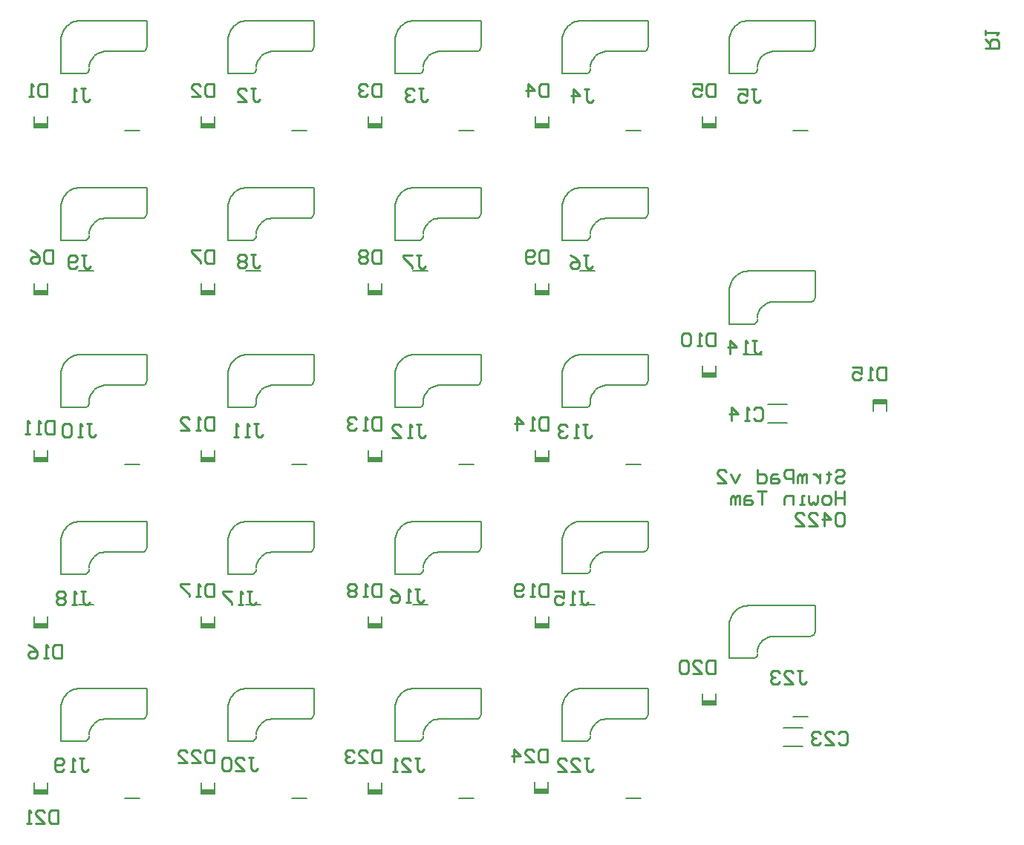
<source format=gbo>
%FSTAX23Y23*%
%MOIN*%
%SFA1B1*%

%IPPOS*%
%ADD12C,0.007870*%
%ADD13C,0.010000*%
%ADD46C,0.005910*%
%ADD47R,0.062480X0.020000*%
%LNnumpadpcb-1*%
%LPD*%
G54D12*
X18211Y0677D02*
Y0682D01*
X1815Y0677D02*
X18211D01*
X1815D02*
Y0682D01*
X18151Y0789D02*
Y0794D01*
Y0789D02*
X18212D01*
Y0794*
X17398Y049D02*
X17459D01*
Y0495*
X17398Y049D02*
Y0495D01*
X16651Y04896D02*
X16712D01*
Y04946*
X16651Y04896D02*
Y04946D01*
X15901Y04896D02*
X15962D01*
Y04946*
X15901Y04896D02*
Y04946D01*
X15151Y04896D02*
X15212D01*
Y04946*
X15151Y04896D02*
Y04946D01*
X1815Y05297D02*
X18211D01*
Y05347*
X1815Y05297D02*
Y05347D01*
X17401Y05643D02*
X17462D01*
Y05693*
X17401Y05643D02*
Y05693D01*
X16651Y05643D02*
X16712D01*
Y05693*
X16651Y05643D02*
Y05693D01*
X15901Y05643D02*
X15962D01*
Y05693*
X15901Y05643D02*
Y05693D01*
X15151Y05643D02*
X15212D01*
Y05693*
X15151Y05643D02*
Y05693D01*
X18918Y06666D02*
X18979D01*
X18918Y06616D02*
Y06666D01*
X18979Y06616D02*
Y06666D01*
X17401Y06391D02*
X17462D01*
Y06441*
X17401Y06391D02*
Y06441D01*
X16651Y06391D02*
X16712D01*
Y06441*
X16651Y06391D02*
Y06441D01*
X15901Y06391D02*
X15962D01*
Y06441*
X15901Y06391D02*
Y06441D01*
X15151Y06391D02*
X15212D01*
Y06441*
X15151Y06391D02*
Y06441D01*
X17401Y07142D02*
X17462D01*
Y07192*
X17401Y07142D02*
Y07192D01*
X16651Y07142D02*
X16712D01*
Y07192*
X16651Y07142D02*
Y07192D01*
X15901Y07142D02*
X15962D01*
Y07192*
X15901Y07142D02*
Y07192D01*
X15151Y07142D02*
X15212D01*
Y07192*
X15151Y07142D02*
Y07192D01*
X17401Y0789D02*
X17462D01*
Y0794*
X17401Y0789D02*
Y0794D01*
X16651Y0789D02*
X16712D01*
Y0794*
X16651Y0789D02*
Y0794D01*
X15901Y0789D02*
X15962D01*
Y0794*
X15901Y0789D02*
Y0794D01*
X15151Y0789D02*
X15212D01*
Y0794*
X15151Y0789D02*
Y0794D01*
X18515Y05111D02*
X18602D01*
X18515Y05195D02*
X18602D01*
X18445Y06649D02*
X18532D01*
X18445Y06564D02*
X18532D01*
G54D13*
X18749Y06344D02*
X18759Y06354D01*
X18779*
X18789Y06344*
Y06334*
X18779Y06324*
X18759*
X18749Y06314*
Y06304*
X18759Y06294*
X18779*
X18789Y06304*
X18719Y06344D02*
Y06334D01*
X18729*
X18709*
X18719*
Y06304*
X18709Y06294*
X18679Y06334D02*
Y06294D01*
Y06314*
X18669Y06324*
X18659Y06334*
X18649*
X18619Y06294D02*
Y06334D01*
X18609*
X18599Y06324*
Y06294*
Y06324*
X18589Y06334*
X18579Y06324*
Y06294*
X18559D02*
Y06354D01*
X18529*
X18519Y06344*
Y06324*
X18529Y06314*
X18559*
X18489Y06334D02*
X18469D01*
X18459Y06324*
Y06294*
X18489*
X18499Y06304*
X18489Y06314*
X18459*
X18399Y06354D02*
Y06294D01*
X18429*
X18439Y06304*
Y06324*
X18429Y06334*
X18399*
X18319D02*
X18299Y06294D01*
X18279Y06334*
X18219Y06294D02*
X18259D01*
X18219Y06334*
Y06344*
X18229Y06354*
X18249*
X18259Y06344*
X18789Y06258D02*
Y06198D01*
Y06228*
X18749*
Y06258*
Y06198*
X18719D02*
X18699D01*
X18689Y06208*
Y06228*
X18699Y06238*
X18719*
X18729Y06228*
Y06208*
X18719Y06198*
X18669Y06238D02*
Y06208D01*
X18659Y06198*
X18649Y06208*
X18639Y06198*
X18629Y06208*
Y06238*
X18609Y06198D02*
X18589D01*
X18599*
Y06238*
X18609*
X18559Y06198D02*
Y06238D01*
X18529*
X18519Y06228*
Y06198*
X18439Y06258D02*
X18399D01*
X18419*
Y06198*
X18369Y06238D02*
X18349D01*
X18339Y06228*
Y06198*
X18369*
X18379Y06208*
X18369Y06218*
X18339*
X18319Y06198D02*
Y06238D01*
X18309*
X18299Y06228*
Y06198*
Y06228*
X18289Y06238*
X18279Y06228*
Y06198*
X18789Y06152D02*
X18779Y06162D01*
X18759*
X18749Y06152*
Y06112*
X18759Y06102*
X18779*
X18789Y06112*
Y06152*
X18699Y06102D02*
Y06162D01*
X18729Y06132*
X18689*
X18629Y06102D02*
X18669D01*
X18629Y06142*
Y06152*
X18639Y06162*
X18659*
X18669Y06152*
X18569Y06102D02*
X18609D01*
X18569Y06142*
Y06152*
X18579Y06162*
X18599*
X18609Y06152*
X18207Y06969D02*
Y0691D01*
X18177*
X18167Y0692*
Y06959*
X18177Y06969*
X18207*
X18147Y0691D02*
X18127D01*
X18137*
Y06969*
X18147Y06959*
X18097D02*
X18087Y06969D01*
X18067*
X18057Y06959*
Y0692*
X18067Y0691*
X18087*
X18097Y0692*
Y06959*
X18208Y08089D02*
Y0803D01*
X18178*
X18168Y0804*
Y08079*
X18178Y08089*
X18208*
X18108D02*
X18148D01*
Y08059*
X18128Y08069*
X18118*
X18108Y08059*
Y0804*
X18118Y0803*
X18138*
X18148Y0804*
X18373Y06935D02*
X18393D01*
X18383*
Y06885*
X18393Y06875*
X18403*
X18413Y06885*
X18353Y06875D02*
X18333D01*
X18343*
Y06935*
X18353Y06925*
X18273Y06875D02*
Y06935D01*
X18303Y06905*
X18263*
X17613Y06557D02*
X17633D01*
X17623*
Y06507*
X17633Y06497*
X17643*
X17653Y06507*
X17593Y06497D02*
X17573D01*
X17583*
Y06557*
X17593Y06547*
X17543D02*
X17533Y06557D01*
X17513*
X17503Y06547*
Y06537*
X17513Y06527*
X17523*
X17513*
X17503Y06517*
Y06507*
X17513Y06497*
X17533*
X17543Y06507*
X16869Y06557D02*
X16889D01*
X16879*
Y06507*
X16889Y06497*
X16899*
X16909Y06507*
X16849Y06497D02*
X16829D01*
X16839*
Y06557*
X16849Y06547*
X16759Y06497D02*
X16799D01*
X16759Y06537*
Y06547*
X16769Y06557*
X16789*
X16799Y06547*
X16139Y0656D02*
X16159D01*
X16149*
Y0651*
X16159Y065*
X16169*
X16179Y0651*
X16119Y065D02*
X16099D01*
X16109*
Y0656*
X16119Y0655*
X16069Y065D02*
X16049D01*
X16059*
Y0656*
X16069Y0655*
X15389Y0656D02*
X15409D01*
X15399*
Y0651*
X15409Y065*
X15419*
X15429Y0651*
X15369Y065D02*
X15349D01*
X15359*
Y0656*
X15369Y0655*
X15319D02*
X15309Y0656D01*
X15289*
X15279Y0655*
Y0651*
X15289Y065*
X15309*
X15319Y0651*
Y0655*
X17622Y05057D02*
X17642D01*
X17632*
Y05007*
X17642Y04997*
X17652*
X17662Y05007*
X17562Y04997D02*
X17602D01*
X17562Y05037*
Y05047*
X17572Y05057*
X17592*
X17602Y05047*
X17502Y04997D02*
X17542D01*
X17502Y05037*
Y05047*
X17512Y05057*
X17532*
X17542Y05047*
X18579Y05451D02*
X18599D01*
X18589*
Y05402*
X18599Y05392*
X18609*
X18619Y05402*
X18519Y05392D02*
X18559D01*
X18519Y05431*
Y05441*
X18529Y05451*
X18549*
X18559Y05441*
X18499D02*
X18489Y05451D01*
X18469*
X18459Y05441*
Y05431*
X18469Y05421*
X18479*
X18469*
X18459Y05411*
Y05402*
X18469Y05392*
X18489*
X18499Y05402*
X1686Y05057D02*
X1688D01*
X1687*
Y05007*
X1688Y04997*
X1689*
X169Y05007*
X168Y04997D02*
X1684D01*
X168Y05037*
Y05047*
X1681Y05057*
X1683*
X1684Y05047*
X1678Y04997D02*
X1676D01*
X1677*
Y05057*
X1678Y05047*
X16114Y05061D02*
X16134D01*
X16124*
Y05011*
X16134Y05001*
X16144*
X16154Y05011*
X16054Y05001D02*
X16094D01*
X16054Y05041*
Y05051*
X16064Y05061*
X16084*
X16094Y05051*
X16034D02*
X16024Y05061D01*
X16004*
X15994Y05051*
Y05011*
X16004Y05001*
X16024*
X16034Y05011*
Y05051*
X15353Y05057D02*
X15373D01*
X15363*
Y05007*
X15373Y04997*
X15383*
X15393Y05007*
X15333Y04997D02*
X15313D01*
X15323*
Y05057*
X15333Y05047*
X15283Y05007D02*
X15273Y04997D01*
X15253*
X15243Y05007*
Y05047*
X15253Y05057*
X15273*
X15283Y05047*
Y05037*
X15273Y05027*
X15243*
X15361Y05809D02*
X15381D01*
X15371*
Y05759*
X15381Y05749*
X15391*
X15401Y05759*
X15341Y05749D02*
X15321D01*
X15331*
Y05809*
X15341Y05799*
X15291D02*
X15281Y05809D01*
X15261*
X15251Y05799*
Y05789*
X15261Y05779*
X15251Y05769*
Y05759*
X15261Y05749*
X15281*
X15291Y05759*
Y05769*
X15281Y05779*
X15291Y05789*
Y05799*
X15281Y05779D02*
X15261D01*
X16109Y05809D02*
X16129D01*
X16119*
Y05759*
X16129Y05749*
X16139*
X16149Y05759*
X16089Y05749D02*
X16069D01*
X16079*
Y05809*
X16089Y05799*
X16039Y05809D02*
X15999D01*
Y05799*
X16039Y05759*
Y05749*
X16861Y05817D02*
X16881D01*
X16871*
Y05767*
X16881Y05757*
X16891*
X16901Y05767*
X16841Y05757D02*
X16821D01*
X16831*
Y05817*
X16841Y05807*
X16751Y05817D02*
X16771Y05807D01*
X16791Y05787*
Y05767*
X16781Y05757*
X16761*
X16751Y05767*
Y05777*
X16761Y05787*
X16791*
X17597Y05809D02*
X17617D01*
X17607*
Y05759*
X17617Y05749*
X17627*
X17637Y05759*
X17577Y05749D02*
X17557D01*
X17567*
Y05809*
X17577Y05799*
X17488Y05809D02*
X17528D01*
Y05779*
X17508Y05789*
X17498*
X17488Y05779*
Y05759*
X17498Y05749*
X17518*
X17528Y05759*
X15364Y07319D02*
X15384D01*
X15374*
Y07269*
X15384Y07259*
X15394*
X15404Y07269*
X15344D02*
X15334Y07259D01*
X15314*
X15304Y07269*
Y07309*
X15314Y07319*
X15334*
X15344Y07309*
Y07299*
X15334Y07289*
X15304*
X16124Y0732D02*
X16144D01*
X16134*
Y0727*
X16144Y0726*
X16154*
X16164Y0727*
X16104Y0731D02*
X16094Y0732D01*
X16074*
X16064Y0731*
Y073*
X16074Y0729*
X16064Y0728*
Y0727*
X16074Y0726*
X16094*
X16104Y0727*
Y0728*
X16094Y0729*
X16104Y073*
Y0731*
X16094Y0729D02*
X16074D01*
X16868Y07318D02*
X16888D01*
X16878*
Y07268*
X16888Y07258*
X16898*
X16908Y07268*
X16848Y07318D02*
X16808D01*
Y07308*
X16848Y07268*
Y07258*
X17616Y07317D02*
X17636D01*
X17626*
Y07267*
X17636Y07257*
X17646*
X17656Y07267*
X17556Y07317D02*
X17576Y07307D01*
X17596Y07287*
Y07267*
X17586Y07257*
X17566*
X17556Y07267*
Y07277*
X17566Y07287*
X17596*
X18372Y08065D02*
X18392D01*
X18382*
Y08015*
X18392Y08005*
X18402*
X18412Y08015*
X18312Y08065D02*
X18352D01*
Y08035*
X18332Y08045*
X18322*
X18312Y08035*
Y08015*
X18322Y08005*
X18342*
X18352Y08015*
X1762Y08065D02*
X1764D01*
X1763*
Y08015*
X1764Y08005*
X1765*
X1766Y08015*
X1757Y08005D02*
Y08065D01*
X176Y08035*
X1756*
X16876Y08069D02*
X16896D01*
X16886*
Y08019*
X16896Y08009*
X16906*
X16916Y08019*
X16856Y08059D02*
X16846Y08069D01*
X16826*
X16816Y08059*
Y08049*
X16826Y08039*
X16836*
X16826*
X16816Y08029*
Y08019*
X16826Y08009*
X16846*
X16856Y08019*
X16124Y08069D02*
X16144D01*
X16134*
Y08019*
X16144Y08009*
X16154*
X16164Y08019*
X16064Y08009D02*
X16104D01*
X16064Y08049*
Y08059*
X16074Y08069*
X16094*
X16104Y08059*
X15362Y08069D02*
X15382D01*
X15372*
Y08019*
X15382Y08009*
X15392*
X15402Y08019*
X15342Y08009D02*
X15322D01*
X15332*
Y08069*
X15342Y08059*
X18381Y06624D02*
X18391Y06634D01*
X18411*
X18421Y06624*
Y06584*
X18411Y06574*
X18391*
X18381Y06584*
X18361Y06574D02*
X18341D01*
X18351*
Y06634*
X18361Y06624*
X18281Y06574D02*
Y06634D01*
X18311Y06604*
X18271*
X1876Y05167D02*
X1877Y05177D01*
X1879*
X188Y05167*
Y05127*
X1879Y05117*
X1877*
X1876Y05127*
X187Y05117D02*
X1874D01*
X187Y05157*
Y05167*
X1871Y05177*
X1873*
X1874Y05167*
X1868D02*
X1867Y05177D01*
X1865*
X1864Y05167*
Y05157*
X1865Y05147*
X1866*
X1865*
X1864Y05137*
Y05127*
X1865Y05117*
X1867*
X1868Y05127*
X15958Y05095D02*
Y05036D01*
X15928*
X15918Y05046*
Y05085*
X15928Y05095*
X15958*
X15858Y05036D02*
X15898D01*
X15858Y05075*
Y05085*
X15868Y05095*
X15888*
X15898Y05085*
X15798Y05036D02*
X15838D01*
X15798Y05075*
Y05085*
X15808Y05095*
X15828*
X15838Y05085*
X16708Y05095D02*
Y05036D01*
X16678*
X16668Y05046*
Y05085*
X16678Y05095*
X16708*
X16608Y05036D02*
X16648D01*
X16608Y05075*
Y05085*
X16618Y05095*
X16638*
X16648Y05085*
X16588D02*
X16578Y05095D01*
X16558*
X16548Y05085*
Y05075*
X16558Y05065*
X16568*
X16558*
X16548Y05055*
Y05046*
X16558Y05036*
X16578*
X16588Y05046*
X17455Y05099D02*
Y0504D01*
X17425*
X17415Y0505*
Y05089*
X17425Y05099*
X17455*
X17355Y0504D02*
X17395D01*
X17355Y05079*
Y05089*
X17365Y05099*
X17385*
X17395Y05089*
X17305Y0504D02*
Y05099D01*
X17335Y05069*
X17295*
X15256Y04823D02*
Y04763D01*
X15227*
X15217Y04773*
Y04813*
X15227Y04823*
X15256*
X15157Y04763D02*
X15197D01*
X15157Y04803*
Y04813*
X15167Y04823*
X15187*
X15197Y04813*
X15137Y04763D02*
X15117D01*
X15127*
Y04823*
X15137Y04813*
X15958Y05842D02*
Y05783D01*
X15928*
X15918Y05793*
Y05832*
X15928Y05842*
X15958*
X15898Y05783D02*
X15878D01*
X15888*
Y05842*
X15898Y05832*
X15848Y05842D02*
X15808D01*
Y05832*
X15848Y05793*
Y05783*
X16708Y05842D02*
Y05783D01*
X16678*
X16668Y05793*
Y05832*
X16678Y05842*
X16708*
X16648Y05783D02*
X16628D01*
X16638*
Y05842*
X16648Y05832*
X16598D02*
X16588Y05842D01*
X16568*
X16558Y05832*
Y05822*
X16568Y05812*
X16558Y05802*
Y05793*
X16568Y05783*
X16588*
X16598Y05793*
Y05802*
X16588Y05812*
X16598Y05822*
Y05832*
X16588Y05812D02*
X16568D01*
X17458Y05842D02*
Y05783D01*
X17428*
X17418Y05793*
Y05832*
X17428Y05842*
X17458*
X17398Y05783D02*
X17378D01*
X17388*
Y05842*
X17398Y05832*
X17348Y05793D02*
X17338Y05783D01*
X17318*
X17308Y05793*
Y05832*
X17318Y05842*
X17338*
X17348Y05832*
Y05822*
X17338Y05812*
X17308*
X15275Y05569D02*
Y05509D01*
X15245*
X15235Y05519*
Y05559*
X15245Y05569*
X15275*
X15215Y05509D02*
X15195D01*
X15205*
Y05569*
X15215Y05559*
X15125Y05569D02*
X15145Y05559D01*
X15165Y05539*
Y05519*
X15155Y05509*
X15135*
X15125Y05519*
Y05529*
X15135Y05539*
X15165*
X15958Y0659D02*
Y06531D01*
X15928*
X15918Y06541*
Y0658*
X15928Y0659*
X15958*
X15898Y06531D02*
X15878D01*
X15888*
Y0659*
X15898Y0658*
X15808Y06531D02*
X15848D01*
X15808Y0657*
Y0658*
X15818Y0659*
X15838*
X15848Y0658*
X16708Y0659D02*
Y06531D01*
X16678*
X16668Y06541*
Y0658*
X16678Y0659*
X16708*
X16648Y06531D02*
X16628D01*
X16638*
Y0659*
X16648Y0658*
X16598D02*
X16588Y0659D01*
X16568*
X16558Y0658*
Y0657*
X16568Y0656*
X16578*
X16568*
X16558Y0655*
Y06541*
X16568Y06531*
X16588*
X16598Y06541*
X17458Y0659D02*
Y06531D01*
X17428*
X17418Y06541*
Y0658*
X17428Y0659*
X17458*
X17398Y06531D02*
X17378D01*
X17388*
Y0659*
X17398Y0658*
X17318Y06531D02*
Y0659D01*
X17348Y0656*
X17308*
X15242Y06573D02*
Y06513D01*
X15212*
X15202Y06523*
Y06563*
X15212Y06573*
X15242*
X15182Y06513D02*
X15162D01*
X15172*
Y06573*
X15182Y06563*
X15132Y06513D02*
X15112D01*
X15122*
Y06573*
X15132Y06563*
X15958Y07341D02*
Y07282D01*
X15928*
X15918Y07292*
Y07331*
X15928Y07341*
X15958*
X15898D02*
X15858D01*
Y07331*
X15898Y07292*
Y07282*
X16708Y07341D02*
Y07282D01*
X16678*
X16668Y07292*
Y07331*
X16678Y07341*
X16708*
X16648Y07331D02*
X16638Y07341D01*
X16618*
X16608Y07331*
Y07321*
X16618Y07311*
X16608Y07301*
Y07292*
X16618Y07282*
X16638*
X16648Y07292*
Y07301*
X16638Y07311*
X16648Y07321*
Y07331*
X16638Y07311D02*
X16618D01*
X17458Y07341D02*
Y07282D01*
X17428*
X17418Y07292*
Y07331*
X17428Y07341*
X17458*
X17398Y07292D02*
X17388Y07282D01*
X17368*
X17358Y07292*
Y07331*
X17368Y07341*
X17388*
X17398Y07331*
Y07321*
X17388Y07311*
X17358*
X15235Y07341D02*
Y07281D01*
X15205*
X15195Y07291*
Y07331*
X15205Y07341*
X15235*
X15135D02*
X15155Y07331D01*
X15175Y07311*
Y07291*
X15165Y07281*
X15145*
X15135Y07291*
Y07301*
X15145Y07311*
X15175*
X19421Y08248D02*
X19481D01*
Y08278*
X19471Y08288*
X19451*
X19441Y08278*
Y08248*
Y08268D02*
X19421Y08288D01*
Y08308D02*
Y08328D01*
Y08318*
X19481*
X19471Y08308*
X15208Y08089D02*
Y0803D01*
X15178*
X15168Y0804*
Y08079*
X15178Y08089*
X15208*
X15148Y0803D02*
X15128D01*
X15138*
Y08089*
X15148Y08079*
X18207Y05496D02*
Y05437D01*
X18177*
X18167Y05447*
Y05486*
X18177Y05496*
X18207*
X18107Y05437D02*
X18147D01*
X18107Y05476*
Y05486*
X18117Y05496*
X18137*
X18147Y05486*
X18087D02*
X18077Y05496D01*
X18057*
X18047Y05486*
Y05447*
X18057Y05437*
X18077*
X18087Y05447*
Y05486*
X18974Y06815D02*
Y06756D01*
X18944*
X18934Y06766*
Y06805*
X18944Y06815*
X18974*
X18914Y06756D02*
X18894D01*
X18904*
Y06815*
X18914Y06805*
X18824Y06815D02*
X18864D01*
Y06785*
X18844Y06795*
X18834*
X18824Y06785*
Y06766*
X18834Y06756*
X18854*
X18864Y06766*
X17458Y08089D02*
Y0803D01*
X17428*
X17418Y0804*
Y08079*
X17428Y08089*
X17458*
X17368Y0803D02*
Y08089D01*
X17398Y08059*
X17358*
X16708Y08089D02*
Y0803D01*
X16678*
X16668Y0804*
Y08079*
X16678Y08089*
X16708*
X16648Y08079D02*
X16638Y08089D01*
X16618*
X16608Y08079*
Y08069*
X16618Y08059*
X16628*
X16618*
X16608Y08049*
Y0804*
X16618Y0803*
X16638*
X16648Y0804*
X15958Y08089D02*
Y0803D01*
X15928*
X15918Y0804*
Y08079*
X15928Y08089*
X15958*
X15858Y0803D02*
X15898D01*
X15858Y08069*
Y08079*
X15868Y08089*
X15888*
X15898Y08079*
G54D46*
X18384Y08135D02*
X18392Y08139D01*
X18397Y08147*
X18397Y08157*
X18358Y08371D02*
X18348Y08371D01*
X18339Y08369*
X18329Y08366*
X18321Y08363*
X18312Y08358*
X18304Y08352*
X18297Y08346*
X1829Y08339*
X18285Y08331*
X1828Y08322*
X18276Y08313*
X18274Y08304*
X18272Y08294*
X18271Y08285*
X18634Y08233D02*
X18642Y08235D01*
X1865Y08239*
X18655Y08247*
X18657Y08255*
X18476Y08233D02*
X18466Y08233D01*
X18457Y08232*
X18447Y08229*
X18438Y08225*
X1843Y0822*
X18422Y08214*
X18415Y08207*
X18409Y08199*
X18405Y08191*
X18401Y08182*
X18399Y08172*
X18397Y08163*
X18384Y07009D02*
X18392Y07014D01*
X18397Y07022*
X18397Y07031*
X18358Y07246D02*
X18348Y07245D01*
X18339Y07243*
X18329Y07241*
X18321Y07237*
X18312Y07232*
X18304Y07227*
X18297Y0722*
X1829Y07213*
X18285Y07205*
X1828Y07197*
X18276Y07188*
X18274Y07178*
X18272Y07169*
X18271Y07159*
X18634Y07108D02*
X18642Y07109D01*
X1865Y07114*
X18655Y07121*
X18657Y07129*
X18476Y07108D02*
X18466Y07108D01*
X18457Y07106*
X18447Y07104*
X18438Y071*
X1843Y07095*
X18422Y07089*
X18415Y07082*
X18409Y07074*
X18405Y07065*
X18401Y07056*
X18399Y07047*
X18397Y07037*
X17634Y05135D02*
X17642Y0514D01*
X17647Y05148*
X17648Y05157*
X17608Y05372D02*
X17599Y05371D01*
X17589Y05369*
X1758Y05367*
X17571Y05363*
X17562Y05358*
X17554Y05353*
X17547Y05346*
X17541Y05339*
X17535Y05331*
X1753Y05323*
X17527Y05314*
X17524Y05304*
X17522Y05295*
X17522Y05285*
X17884Y05234D02*
X17893Y05235D01*
X179Y0524*
X17905Y05247*
X17908Y05255*
X17726Y05234D02*
X17717Y05234D01*
X17707Y05232*
X17698Y0523*
X17689Y05226*
X1768Y05221*
X17672Y05215*
X17666Y05208*
X1766Y052*
X17655Y05191*
X17651Y05182*
X17649Y05173*
X17648Y05163*
X16884Y05135D02*
X16892Y0514D01*
X16897Y05148*
X16898Y05157*
X16858Y05372D02*
X16849Y05371D01*
X16839Y05369*
X1683Y05367*
X16821Y05363*
X16812Y05358*
X16804Y05353*
X16797Y05346*
X16791Y05339*
X16785Y05331*
X1678Y05323*
X16777Y05314*
X16774Y05304*
X16772Y05295*
X16772Y05285*
X17134Y05234D02*
X17143Y05235D01*
X1715Y0524*
X17155Y05247*
X17158Y05255*
X16976Y05234D02*
X16967Y05234D01*
X16957Y05232*
X16948Y0523*
X16939Y05226*
X1693Y05221*
X16922Y05215*
X16916Y05208*
X1691Y052*
X16905Y05191*
X16901Y05182*
X16899Y05173*
X16898Y05163*
X16134Y05135D02*
X16142Y0514D01*
X16147Y05148*
X16148Y05157*
X16108Y05372D02*
X16099Y05371D01*
X16089Y05369*
X1608Y05367*
X16071Y05363*
X16062Y05358*
X16054Y05353*
X16047Y05346*
X16041Y05339*
X16035Y05331*
X1603Y05323*
X16027Y05314*
X16024Y05304*
X16022Y05295*
X16022Y05285*
X16384Y05234D02*
X16393Y05235D01*
X164Y0524*
X16405Y05247*
X16408Y05255*
X16226Y05234D02*
X16217Y05234D01*
X16207Y05232*
X16198Y0523*
X16189Y05226*
X1618Y05221*
X16172Y05215*
X16166Y05208*
X1616Y052*
X16155Y05191*
X16151Y05182*
X16149Y05173*
X16148Y05163*
X15384Y05135D02*
X15392Y0514D01*
X15397Y05148*
X15398Y05157*
X15358Y05372D02*
X15349Y05371D01*
X15339Y05369*
X1533Y05367*
X15321Y05363*
X15312Y05358*
X15304Y05353*
X15297Y05346*
X15291Y05339*
X15285Y05331*
X1528Y05323*
X15277Y05314*
X15274Y05304*
X15272Y05295*
X15272Y05285*
X15634Y05234D02*
X15643Y05235D01*
X1565Y0524*
X15655Y05247*
X15658Y05255*
X15476Y05234D02*
X15467Y05234D01*
X15457Y05232*
X15448Y0523*
X15439Y05226*
X1543Y05221*
X15422Y05215*
X15416Y05208*
X1541Y052*
X15405Y05191*
X15401Y05182*
X15399Y05173*
X15398Y05163*
X18384Y05507D02*
X18392Y05511D01*
X18397Y05519*
X18397Y05528*
X18358Y05743D02*
X18348Y05742D01*
X18339Y05741*
X18329Y05738*
X18321Y05734*
X18312Y0573*
X18304Y05724*
X18297Y05718*
X1829Y0571*
X18285Y05702*
X1828Y05694*
X18276Y05685*
X18274Y05676*
X18272Y05666*
X18271Y05656*
X18634Y05605D02*
X18642Y05607D01*
X1865Y05611*
X18655Y05618*
X18657Y05627*
X18476Y05605D02*
X18466Y05605D01*
X18457Y05604*
X18447Y05601*
X18438Y05597*
X1843Y05592*
X18422Y05586*
X18415Y05579*
X18409Y05571*
X18405Y05563*
X18401Y05554*
X18399Y05544*
X18397Y05534*
X17634Y05886D02*
X17642Y0589D01*
X17647Y05898*
X17648Y05908*
X17608Y06122D02*
X17599Y06122D01*
X17589Y0612*
X1758Y06117*
X17571Y06114*
X17562Y06109*
X17554Y06103*
X17547Y06097*
X17541Y0609*
X17535Y06082*
X1753Y06073*
X17527Y06064*
X17524Y06055*
X17522Y06045*
X17522Y06036*
X17884Y05984D02*
X17893Y05986D01*
X179Y0599*
X17905Y05997*
X17908Y06006*
X17726Y05984D02*
X17717Y05984D01*
X17707Y05983*
X17698Y0598*
X17689Y05976*
X1768Y05971*
X17672Y05965*
X17666Y05958*
X1766Y0595*
X17655Y05942*
X17651Y05933*
X17649Y05923*
X17648Y05913*
X16884Y05885D02*
X16892Y0589D01*
X16897Y05898*
X16898Y05907*
X16858Y06122D02*
X16849Y06121D01*
X16839Y06119*
X1683Y06117*
X16821Y06113*
X16812Y06108*
X16804Y06103*
X16797Y06096*
X16791Y06089*
X16785Y06081*
X1678Y06073*
X16777Y06064*
X16774Y06054*
X16772Y06045*
X16772Y06035*
X17134Y05984D02*
X17143Y05985D01*
X1715Y0599*
X17155Y05997*
X17158Y06005*
X16976Y05984D02*
X16967Y05984D01*
X16957Y05982*
X16948Y0598*
X16939Y05976*
X1693Y05971*
X16922Y05965*
X16916Y05958*
X1691Y0595*
X16905Y05941*
X16901Y05932*
X16899Y05923*
X16898Y05913*
X16134Y05885D02*
X16142Y0589D01*
X16147Y05898*
X16148Y05907*
X16108Y06122D02*
X16099Y06121D01*
X16089Y06119*
X1608Y06117*
X16071Y06113*
X16062Y06108*
X16054Y06103*
X16047Y06096*
X16041Y06089*
X16035Y06081*
X1603Y06073*
X16027Y06064*
X16024Y06054*
X16022Y06045*
X16022Y06035*
X16384Y05984D02*
X16393Y05985D01*
X164Y0599*
X16405Y05997*
X16408Y06005*
X16226Y05984D02*
X16217Y05984D01*
X16207Y05982*
X16198Y0598*
X16189Y05976*
X1618Y05971*
X16172Y05965*
X16166Y05958*
X1616Y0595*
X16155Y05941*
X16151Y05932*
X16149Y05923*
X16148Y05913*
X15384Y05885D02*
X15392Y0589D01*
X15397Y05898*
X15398Y05907*
X15358Y06122D02*
X15349Y06121D01*
X15339Y06119*
X1533Y06117*
X15321Y06113*
X15312Y06108*
X15304Y06103*
X15297Y06096*
X15291Y06089*
X15285Y06081*
X1528Y06073*
X15277Y06064*
X15274Y06054*
X15272Y06045*
X15272Y06035*
X15634Y05984D02*
X15643Y05985D01*
X1565Y0599*
X15655Y05997*
X15658Y06005*
X15476Y05984D02*
X15467Y05984D01*
X15457Y05982*
X15448Y0598*
X15439Y05976*
X1543Y05971*
X15422Y05965*
X15416Y05958*
X1541Y0595*
X15405Y05941*
X15401Y05932*
X15399Y05923*
X15398Y05913*
X17634Y06634D02*
X17642Y06639D01*
X17647Y06647*
X17648Y06656*
X17608Y06871D02*
X17599Y0687D01*
X17589Y06868*
X1758Y06866*
X17571Y06862*
X17562Y06857*
X17554Y06852*
X17547Y06845*
X17541Y06838*
X17535Y0683*
X1753Y06822*
X17527Y06813*
X17524Y06803*
X17522Y06794*
X17522Y06784*
X17884Y06733D02*
X17893Y06734D01*
X179Y06739*
X17905Y06746*
X17908Y06754*
X17726Y06733D02*
X17717Y06733D01*
X17707Y06731*
X17698Y06729*
X17689Y06725*
X1768Y0672*
X17672Y06714*
X17666Y06707*
X1766Y06699*
X17655Y0669*
X17651Y06681*
X17649Y06672*
X17648Y06662*
X16884Y06634D02*
X16892Y06639D01*
X16897Y06647*
X16898Y06656*
X16858Y06871D02*
X16849Y0687D01*
X16839Y06868*
X1683Y06866*
X16821Y06862*
X16812Y06857*
X16804Y06852*
X16797Y06845*
X16791Y06838*
X16785Y0683*
X1678Y06822*
X16777Y06813*
X16774Y06803*
X16772Y06794*
X16772Y06784*
X17134Y06733D02*
X17143Y06734D01*
X1715Y06739*
X17155Y06746*
X17158Y06754*
X16976Y06733D02*
X16967Y06733D01*
X16957Y06731*
X16948Y06729*
X16939Y06725*
X1693Y0672*
X16922Y06714*
X16916Y06707*
X1691Y06699*
X16905Y0669*
X16901Y06681*
X16899Y06672*
X16898Y06662*
X16134Y06634D02*
X16142Y06639D01*
X16147Y06647*
X16148Y06656*
X16108Y06871D02*
X16099Y0687D01*
X16089Y06868*
X1608Y06866*
X16071Y06862*
X16062Y06857*
X16054Y06852*
X16047Y06845*
X16041Y06838*
X16035Y0683*
X1603Y06822*
X16027Y06813*
X16024Y06803*
X16022Y06794*
X16022Y06784*
X16384Y06733D02*
X16393Y06734D01*
X164Y06739*
X16405Y06746*
X16408Y06754*
X16226Y06733D02*
X16217Y06733D01*
X16207Y06731*
X16198Y06729*
X16189Y06725*
X1618Y0672*
X16172Y06714*
X16166Y06707*
X1616Y06699*
X16155Y0669*
X16151Y06681*
X16149Y06672*
X16148Y06662*
X15384Y06634D02*
X15392Y06639D01*
X15397Y06647*
X15398Y06656*
X15358Y06871D02*
X15349Y0687D01*
X15339Y06868*
X1533Y06866*
X15321Y06862*
X15312Y06857*
X15304Y06852*
X15297Y06845*
X15291Y06838*
X15285Y0683*
X1528Y06822*
X15277Y06813*
X15274Y06803*
X15272Y06794*
X15272Y06784*
X15634Y06733D02*
X15643Y06734D01*
X1565Y06739*
X15655Y06746*
X15658Y06754*
X15476Y06733D02*
X15467Y06733D01*
X15457Y06731*
X15448Y06729*
X15439Y06725*
X1543Y0672*
X15422Y06714*
X15416Y06707*
X1541Y06699*
X15405Y0669*
X15401Y06681*
X15399Y06672*
X15398Y06662*
X17634Y07385D02*
X17642Y0739D01*
X17647Y07398*
X17648Y07407*
X17608Y07622D02*
X17599Y07621D01*
X17589Y07619*
X1758Y07617*
X17571Y07613*
X17562Y07608*
X17554Y07603*
X17547Y07596*
X17541Y07589*
X17535Y07581*
X1753Y07573*
X17527Y07564*
X17524Y07554*
X17522Y07545*
X17522Y07535*
X17884Y07484D02*
X17893Y07485D01*
X179Y0749*
X17905Y07497*
X17908Y07505*
X17726Y07484D02*
X17717Y07484D01*
X17707Y07482*
X17698Y0748*
X17689Y07476*
X1768Y07471*
X17672Y07465*
X17666Y07458*
X1766Y0745*
X17655Y07441*
X17651Y07432*
X17649Y07423*
X17648Y07413*
X16884Y07385D02*
X16892Y0739D01*
X16897Y07398*
X16898Y07407*
X16858Y07622D02*
X16849Y07621D01*
X16839Y07619*
X1683Y07617*
X16821Y07613*
X16812Y07608*
X16804Y07603*
X16797Y07596*
X16791Y07589*
X16785Y07581*
X1678Y07573*
X16777Y07564*
X16774Y07554*
X16772Y07545*
X16772Y07535*
X17134Y07484D02*
X17143Y07485D01*
X1715Y0749*
X17155Y07497*
X17158Y07505*
X16976Y07484D02*
X16967Y07484D01*
X16957Y07482*
X16948Y0748*
X16939Y07476*
X1693Y07471*
X16922Y07465*
X16916Y07458*
X1691Y0745*
X16905Y07441*
X16901Y07432*
X16899Y07423*
X16898Y07413*
X16134Y07385D02*
X16142Y0739D01*
X16147Y07398*
X16148Y07407*
X16108Y07622D02*
X16099Y07621D01*
X16089Y07619*
X1608Y07617*
X16071Y07613*
X16062Y07608*
X16054Y07603*
X16047Y07596*
X16041Y07589*
X16035Y07581*
X1603Y07573*
X16027Y07564*
X16024Y07554*
X16022Y07545*
X16022Y07535*
X16384Y07484D02*
X16393Y07485D01*
X164Y0749*
X16405Y07497*
X16408Y07505*
X16226Y07484D02*
X16217Y07484D01*
X16207Y07482*
X16198Y0748*
X16189Y07476*
X1618Y07471*
X16172Y07465*
X16166Y07458*
X1616Y0745*
X16155Y07441*
X16151Y07432*
X16149Y07423*
X16148Y07413*
X15384Y07385D02*
X15392Y0739D01*
X15397Y07398*
X15398Y07407*
X15358Y07622D02*
X15349Y07621D01*
X15339Y07619*
X1533Y07617*
X15321Y07613*
X15312Y07608*
X15304Y07603*
X15297Y07596*
X15291Y07589*
X15285Y07581*
X1528Y07573*
X15277Y07564*
X15274Y07554*
X15272Y07545*
X15272Y07535*
X15634Y07484D02*
X15643Y07485D01*
X1565Y0749*
X15655Y07497*
X15658Y07505*
X15476Y07484D02*
X15467Y07484D01*
X15457Y07482*
X15448Y0748*
X15439Y07476*
X1543Y07471*
X15422Y07465*
X15416Y07458*
X1541Y0745*
X15405Y07441*
X15401Y07432*
X15399Y07423*
X15398Y07413*
X17634Y08135D02*
X17642Y08139D01*
X17647Y08147*
X17648Y08157*
X17608Y08371D02*
X17599Y08371D01*
X17589Y08369*
X1758Y08366*
X17571Y08363*
X17562Y08358*
X17554Y08352*
X17547Y08346*
X17541Y08339*
X17535Y08331*
X1753Y08322*
X17527Y08313*
X17524Y08304*
X17522Y08294*
X17522Y08285*
X17884Y08233D02*
X17893Y08235D01*
X179Y08239*
X17905Y08247*
X17908Y08255*
X17726Y08233D02*
X17717Y08233D01*
X17707Y08232*
X17698Y08229*
X17689Y08225*
X1768Y0822*
X17672Y08214*
X17666Y08207*
X1766Y08199*
X17655Y08191*
X17651Y08182*
X17649Y08172*
X17648Y08163*
X16884Y08135D02*
X16892Y08139D01*
X16897Y08147*
X16898Y08157*
X16858Y08371D02*
X16849Y08371D01*
X16839Y08369*
X1683Y08366*
X16821Y08363*
X16812Y08358*
X16804Y08352*
X16797Y08346*
X16791Y08339*
X16785Y08331*
X1678Y08322*
X16777Y08313*
X16774Y08304*
X16772Y08294*
X16772Y08285*
X17134Y08233D02*
X17143Y08235D01*
X1715Y08239*
X17155Y08247*
X17158Y08255*
X16976Y08233D02*
X16967Y08233D01*
X16957Y08232*
X16948Y08229*
X16939Y08225*
X1693Y0822*
X16922Y08214*
X16916Y08207*
X1691Y08199*
X16905Y08191*
X16901Y08182*
X16899Y08172*
X16898Y08163*
X16134Y08135D02*
X16142Y08139D01*
X16147Y08147*
X16148Y08157*
X16108Y08371D02*
X16099Y08371D01*
X16089Y08369*
X1608Y08366*
X16071Y08363*
X16062Y08358*
X16054Y08352*
X16047Y08346*
X16041Y08339*
X16035Y08331*
X1603Y08322*
X16027Y08313*
X16024Y08304*
X16022Y08294*
X16022Y08285*
X16384Y08233D02*
X16393Y08235D01*
X164Y08239*
X16405Y08247*
X16408Y08255*
X16226Y08233D02*
X16217Y08233D01*
X16207Y08232*
X16198Y08229*
X16189Y08225*
X1618Y0822*
X16172Y08214*
X16166Y08207*
X1616Y08199*
X16155Y08191*
X16151Y08182*
X16149Y08172*
X16148Y08163*
X15384Y08135D02*
X15392Y08139D01*
X15397Y08147*
X15398Y08157*
X15358Y08371D02*
X15349Y08371D01*
X15339Y08369*
X1533Y08366*
X15321Y08363*
X15312Y08358*
X15304Y08352*
X15297Y08346*
X15291Y08339*
X15285Y08331*
X1528Y08322*
X15277Y08313*
X15274Y08304*
X15272Y08294*
X15272Y08285*
X15634Y08233D02*
X15643Y08235D01*
X1565Y08239*
X15655Y08247*
X15658Y08255*
X15476Y08233D02*
X15467Y08233D01*
X15457Y08232*
X15448Y08229*
X15439Y08225*
X1543Y0822*
X15422Y08214*
X15416Y08207*
X1541Y08199*
X15405Y08191*
X15401Y08182*
X15399Y08172*
X15398Y08163*
X18271Y08135D02*
X18384D01*
X18271D02*
Y08285D01*
X18358Y08371D02*
X18657D01*
Y08255D02*
Y08371D01*
X18476Y08233D02*
X18634D01*
X18271Y07009D02*
X18384D01*
X18271D02*
Y07159D01*
X18358Y07246D02*
X18657D01*
Y07129D02*
Y07246D01*
X18476Y07108D02*
X18634D01*
X18559Y05244D02*
X18625D01*
X17809Y04877D02*
X17875D01*
X17059D02*
X17125D01*
X16309D02*
X16375D01*
X15559D02*
X15625D01*
X15351Y05748D02*
X15417D01*
X16101D02*
X16167D01*
X16851D02*
X16917D01*
X17601D02*
X17667D01*
X18351Y0687D02*
X18417D01*
X17809Y06376D02*
X17875D01*
X17059D02*
X17125D01*
X16309D02*
X16375D01*
X15559D02*
X15625D01*
X15351Y07247D02*
X15417D01*
X16101D02*
X16167D01*
X16851D02*
X16917D01*
X17601D02*
X17667D01*
X18559Y07877D02*
X18625D01*
X17809D02*
X17875D01*
X17059D02*
X17125D01*
X16309D02*
X16375D01*
X15559D02*
X15625D01*
X17522Y05135D02*
X17634D01*
X17522D02*
Y05285D01*
X17608Y05372D02*
X17908D01*
Y05255D02*
Y05372D01*
X17726Y05234D02*
X17884D01*
X16772Y05135D02*
X16884D01*
X16772D02*
Y05285D01*
X16858Y05372D02*
X17158D01*
Y05255D02*
Y05372D01*
X16976Y05234D02*
X17134D01*
X16022Y05135D02*
X16134D01*
X16022D02*
Y05285D01*
X16108Y05372D02*
X16408D01*
Y05255D02*
Y05372D01*
X16226Y05234D02*
X16384D01*
X15272Y05135D02*
X15384D01*
X15272D02*
Y05285D01*
X15358Y05372D02*
X15658D01*
Y05255D02*
Y05372D01*
X15476Y05234D02*
X15634D01*
X18271Y05507D02*
X18384D01*
X18271D02*
Y05656D01*
X18358Y05743D02*
X18657D01*
Y05627D02*
Y05743D01*
X18476Y05605D02*
X18634D01*
X17522Y05886D02*
X17634D01*
X17522D02*
Y06036D01*
X17608Y06122D02*
X17908D01*
Y06006D02*
Y06122D01*
X17726Y05984D02*
X17884D01*
X16772Y05885D02*
X16884D01*
X16772D02*
Y06035D01*
X16858Y06122D02*
X17158D01*
Y06005D02*
Y06122D01*
X16976Y05984D02*
X17134D01*
X16022Y05885D02*
X16134D01*
X16022D02*
Y06035D01*
X16108Y06122D02*
X16408D01*
Y06005D02*
Y06122D01*
X16226Y05984D02*
X16384D01*
X15272Y05885D02*
X15384D01*
X15272D02*
Y06035D01*
X15358Y06122D02*
X15658D01*
Y06005D02*
Y06122D01*
X15476Y05984D02*
X15634D01*
X17522Y06634D02*
X17634D01*
X17522D02*
Y06784D01*
X17608Y06871D02*
X17908D01*
Y06754D02*
Y06871D01*
X17726Y06733D02*
X17884D01*
X16772Y06634D02*
X16884D01*
X16772D02*
Y06784D01*
X16858Y06871D02*
X17158D01*
Y06754D02*
Y06871D01*
X16976Y06733D02*
X17134D01*
X16022Y06634D02*
X16134D01*
X16022D02*
Y06784D01*
X16108Y06871D02*
X16408D01*
Y06754D02*
Y06871D01*
X16226Y06733D02*
X16384D01*
X15272Y06634D02*
X15384D01*
X15272D02*
Y06784D01*
X15358Y06871D02*
X15658D01*
Y06754D02*
Y06871D01*
X15476Y06733D02*
X15634D01*
X17522Y07385D02*
X17634D01*
X17522D02*
Y07535D01*
X17608Y07622D02*
X17908D01*
Y07505D02*
Y07622D01*
X17726Y07484D02*
X17884D01*
X16772Y07385D02*
X16884D01*
X16772D02*
Y07535D01*
X16858Y07622D02*
X17158D01*
Y07505D02*
Y07622D01*
X16976Y07484D02*
X17134D01*
X16022Y07385D02*
X16134D01*
X16022D02*
Y07535D01*
X16108Y07622D02*
X16408D01*
Y07505D02*
Y07622D01*
X16226Y07484D02*
X16384D01*
X15272Y07385D02*
X15384D01*
X15272D02*
Y07535D01*
X15358Y07622D02*
X15658D01*
Y07505D02*
Y07622D01*
X15476Y07484D02*
X15634D01*
X17522Y08135D02*
X17634D01*
X17522D02*
Y08285D01*
X17608Y08371D02*
X17908D01*
Y08255D02*
Y08371D01*
X17726Y08233D02*
X17884D01*
X16772Y08135D02*
X16884D01*
X16772D02*
Y08285D01*
X16858Y08371D02*
X17158D01*
Y08255D02*
Y08371D01*
X16976Y08233D02*
X17134D01*
X16022Y08135D02*
X16134D01*
X16022D02*
Y08285D01*
X16108Y08371D02*
X16408D01*
Y08255D02*
Y08371D01*
X16226Y08233D02*
X16384D01*
X15272Y08135D02*
X15384D01*
X15272D02*
Y08285D01*
X15358Y08371D02*
X15658D01*
Y08255D02*
Y08371D01*
X15476Y08233D02*
X15634D01*
G54D47*
X18182Y0678D03*
X18183Y079D03*
X1743Y0491D03*
X16683Y04906D03*
X15933D03*
X15183D03*
X18182Y05307D03*
X17433Y05653D03*
X16683D03*
X15933D03*
X15183D03*
X18947Y06656D03*
X17433Y06401D03*
X16683D03*
X15933D03*
X15183D03*
X17433Y07152D03*
X16683D03*
X15933D03*
X15183D03*
X17433Y079D03*
X16683D03*
X15933D03*
X15183D03*
M02*
</source>
